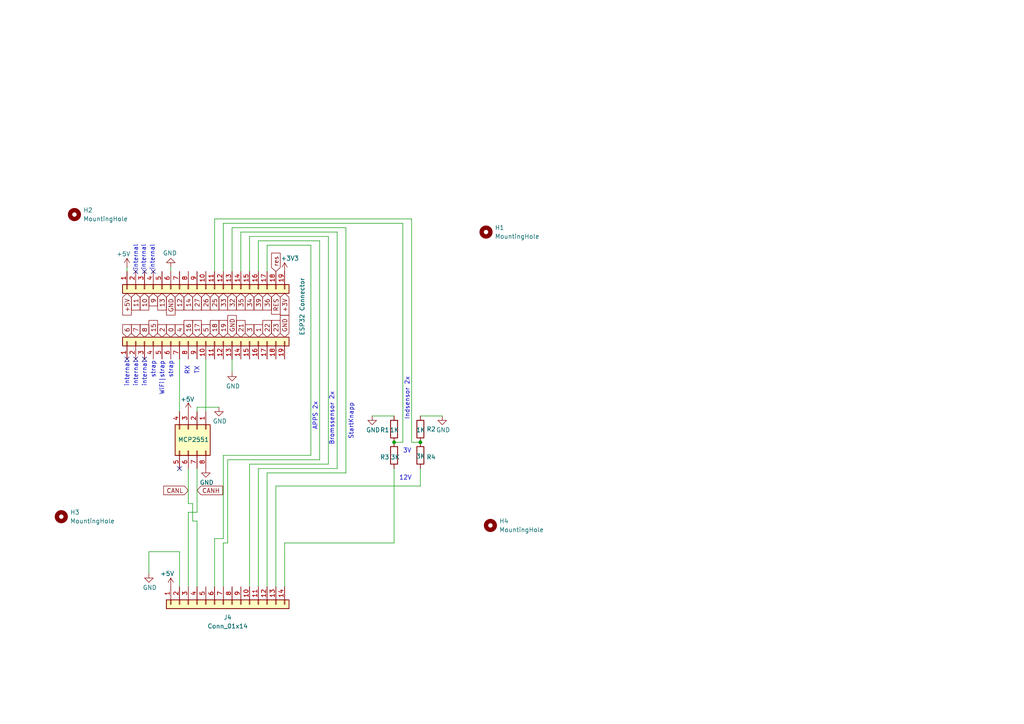
<source format=kicad_sch>
(kicad_sch (version 20231120) (generator "eeschema") (generator_version "8.0")
  (paper "A4")
  (lib_symbols
    (symbol "Connector_Generic:Conn_01x14" (pin_names (offset 1.016) hide)
      (property "Reference" "J" (at 0 17.78 0))
      (property "Value" "Conn_01x14" (at 0 -20.32 0))
      (symbol "Conn_01x14_1_1"
        (rectangle (start -1.27 -17.653) (end 0 -17.907) (stroke (width 0.1524)))
        (rectangle (start -1.27 -15.113) (end 0 -15.367) (stroke (width 0.1524)))
        (rectangle (start -1.27 -12.573) (end 0 -12.827) (stroke (width 0.1524)))
        (rectangle (start -1.27 -10.033) (end 0 -10.287) (stroke (width 0.1524)))
        (rectangle (start -1.27 -7.493) (end 0 -7.747) (stroke (width 0.1524)))
        (rectangle (start -1.27 -4.953) (end 0 -5.207) (stroke (width 0.1524)))
        (rectangle (start -1.27 -2.413) (end 0 -2.667) (stroke (width 0.1524)))
        (rectangle (start -1.27 0.127) (end 0 -0.127) (stroke (width 0.1524)))
        (rectangle (start -1.27 2.667) (end 0 2.413) (stroke (width 0.1524)))
        (rectangle (start -1.27 5.207) (end 0 4.953) (stroke (width 0.1524)))
        (rectangle (start -1.27 7.747) (end 0 7.493) (stroke (width 0.1524)))
        (rectangle (start -1.27 10.287) (end 0 10.033) (stroke (width 0.1524)))
        (rectangle (start -1.27 12.827) (end 0 12.573) (stroke (width 0.1524)))
        (rectangle (start -1.27 15.367) (end 0 15.113) (stroke (width 0.1524)))
        (rectangle (start -1.27 16.51) (end 1.27 -19.05) (stroke (width 0.254)) (fill (type background)))
        (pin passive line (at -5.08 15.24 0) (length 3.81) (name "Pin_1") (number "1"))
        (pin passive line (at -5.08 -7.62 0) (length 3.81) (name "Pin_10") (number "10"))
        (pin passive line (at -5.08 -10.16 0) (length 3.81) (name "Pin_11") (number "11"))
        (pin passive line (at -5.08 -12.7 0) (length 3.81) (name "Pin_12") (number "12"))
        (pin passive line (at -5.08 -15.24 0) (length 3.81) (name "Pin_13") (number "13"))
        (pin passive line (at -5.08 -17.78 0) (length 3.81) (name "Pin_14") (number "14"))
        (pin passive line (at -5.08 12.7 0) (length 3.81) (name "Pin_2") (number "2"))
        (pin passive line (at -5.08 10.16 0) (length 3.81) (name "Pin_3") (number "3"))
        (pin passive line (at -5.08 7.62 0) (length 3.81) (name "Pin_4") (number "4"))
        (pin passive line (at -5.08 5.08 0) (length 3.81) (name "Pin_5") (number "5"))
        (pin passive line (at -5.08 2.54 0) (length 3.81) (name "Pin_6") (number "6"))
        (pin passive line (at -5.08 0 0) (length 3.81) (name "Pin_7") (number "7"))
        (pin passive line (at -5.08 -2.54 0) (length 3.81) (name "Pin_8") (number "8"))
        (pin passive line (at -5.08 -5.08 0) (length 3.81) (name "Pin_9") (number "9"))
      )
    )
    (symbol "Connector_Generic:Conn_01x19" (pin_names (offset 1.016) hide)
      (property "Reference" "J" (at 0 25.4 0))
      (property "Value" "Conn_01x19" (at 0 -25.4 0))
      (symbol "Conn_01x19_1_1"
        (rectangle (start -1.27 -22.733) (end 0 -22.987) (stroke (width 0.1524)))
        (rectangle (start -1.27 -20.193) (end 0 -20.447) (stroke (width 0.1524)))
        (rectangle (start -1.27 -17.653) (end 0 -17.907) (stroke (width 0.1524)))
        (rectangle (start -1.27 -15.113) (end 0 -15.367) (stroke (width 0.1524)))
        (rectangle (start -1.27 -12.573) (end 0 -12.827) (stroke (width 0.1524)))
        (rectangle (start -1.27 -10.033) (end 0 -10.287) (stroke (width 0.1524)))
        (rectangle (start -1.27 -7.493) (end 0 -7.747) (stroke (width 0.1524)))
        (rectangle (start -1.27 -4.953) (end 0 -5.207) (stroke (width 0.1524)))
        (rectangle (start -1.27 -2.413) (end 0 -2.667) (stroke (width 0.1524)))
        (rectangle (start -1.27 0.127) (end 0 -0.127) (stroke (width 0.1524)))
        (rectangle (start -1.27 2.667) (end 0 2.413) (stroke (width 0.1524)))
        (rectangle (start -1.27 5.207) (end 0 4.953) (stroke (width 0.1524)))
        (rectangle (start -1.27 7.747) (end 0 7.493) (stroke (width 0.1524)))
        (rectangle (start -1.27 10.287) (end 0 10.033) (stroke (width 0.1524)))
        (rectangle (start -1.27 12.827) (end 0 12.573) (stroke (width 0.1524)))
        (rectangle (start -1.27 15.367) (end 0 15.113) (stroke (width 0.1524)))
        (rectangle (start -1.27 17.907) (end 0 17.653) (stroke (width 0.1524)))
        (rectangle (start -1.27 20.447) (end 0 20.193) (stroke (width 0.1524)))
        (rectangle (start -1.27 22.987) (end 0 22.733) (stroke (width 0.1524)))
        (rectangle (start -1.27 24.13) (end 1.27 -24.13) (stroke (width 0.254)) (fill (type background)))
        (pin passive line (at -5.08 22.86 0) (length 3.81) (name "Pin_1") (number "1"))
        (pin passive line (at -5.08 0 0) (length 3.81) (name "Pin_10") (number "10"))
        (pin passive line (at -5.08 -2.54 0) (length 3.81) (name "Pin_11") (number "11"))
        (pin passive line (at -5.08 -5.08 0) (length 3.81) (name "Pin_12") (number "12"))
        (pin passive line (at -5.08 -7.62 0) (length 3.81) (name "Pin_13") (number "13"))
        (pin passive line (at -5.08 -10.16 0) (length 3.81) (name "Pin_14") (number "14"))
        (pin passive line (at -5.08 -12.7 0) (length 3.81) (name "Pin_15") (number "15"))
        (pin passive line (at -5.08 -15.24 0) (length 3.81) (name "Pin_16") (number "16"))
        (pin passive line (at -5.08 -17.78 0) (length 3.81) (name "Pin_17") (number "17"))
        (pin passive line (at -5.08 -20.32 0) (length 3.81) (name "Pin_18") (number "18"))
        (pin passive line (at -5.08 -22.86 0) (length 3.81) (name "Pin_19") (number "19"))
        (pin passive line (at -5.08 20.32 0) (length 3.81) (name "Pin_2") (number "2"))
        (pin passive line (at -5.08 17.78 0) (length 3.81) (name "Pin_3") (number "3"))
        (pin passive line (at -5.08 15.24 0) (length 3.81) (name "Pin_4") (number "4"))
        (pin passive line (at -5.08 12.7 0) (length 3.81) (name "Pin_5") (number "5"))
        (pin passive line (at -5.08 10.16 0) (length 3.81) (name "Pin_6") (number "6"))
        (pin passive line (at -5.08 7.62 0) (length 3.81) (name "Pin_7") (number "7"))
        (pin passive line (at -5.08 5.08 0) (length 3.81) (name "Pin_8") (number "8"))
        (pin passive line (at -5.08 2.54 0) (length 3.81) (name "Pin_9") (number "9"))
      )
    )
    (symbol "Connector_Generic:Conn_02x04_Counter_Clockwise" (pin_names (offset 1.016) hide)
      (property "Reference" "J9" (at 1.27 8.89 0))
      (property "Value" "Conn_02x04_Counter_Clockwise" (at 1.27 8.128 0))
      (symbol "Conn_02x04_Counter_Clockwise_1_1"
        (rectangle (start -2.54 -4.953) (end -1.27 -5.207) (stroke (width 0.1524)))
        (rectangle (start -2.54 -2.413) (end -1.27 -2.667) (stroke (width 0.1524)))
        (rectangle (start -2.54 0.127) (end -1.27 -0.127) (stroke (width 0.1524)))
        (rectangle (start -2.54 2.667) (end -1.27 2.413) (stroke (width 0.1524)))
        (rectangle (start -2.54 3.81) (end 6.35 -6.35) (stroke (width 0.254)) (fill (type background)))
        (rectangle (start 6.35 -4.953) (end 5.08 -5.207) (stroke (width 0.1524)))
        (rectangle (start 6.35 -2.413) (end 5.08 -2.667) (stroke (width 0.1524)))
        (rectangle (start 6.35 0.127) (end 5.08 -0.127) (stroke (width 0.1524)))
        (rectangle (start 6.35 2.667) (end 5.08 2.413) (stroke (width 0.1524)))
        (pin passive line (at -6.35 2.54 0) (length 3.81) (name "Pin_1") (number "1"))
        (pin passive line (at -6.35 0 0) (length 3.81) (name "Pin_2") (number "2"))
        (pin passive line (at -6.35 -2.54 0) (length 3.81) (name "Pin_3") (number "3"))
        (pin passive line (at -6.35 -5.08 0) (length 3.81) (name "Pin_4") (number "4"))
        (pin passive line (at 10.16 -5.08 180) (length 3.81) (name "Pin_5") (number "5"))
        (pin passive line (at 10.16 -2.54 180) (length 3.81) (name "Pin_6") (number "6"))
        (pin passive line (at 10.16 0 180) (length 3.81) (name "Pin_7") (number "7"))
        (pin passive line (at 10.16 2.54 180) (length 3.81) (name "Pin_8") (number "8"))
      )
    )
    (symbol "Device:R" (pin_numbers hide) (pin_names (offset 0))
      (property "Reference" "R" (at 2.032 0 90))
      (property "Value" "R" (at 0 0 90))
      (symbol "R_0_1"
        (rectangle (start -1.016 -2.54) (end 1.016 2.54) (stroke (width 0.254)))
      )
      (symbol "R_1_1"
        (pin passive line (at 0 3.81 270) (length 1.27) (name "~") (number "1"))
        (pin passive line (at 0 -3.81 90) (length 1.27) (name "~") (number "2"))
      )
    )
    (symbol "Mechanical:MountingHole" (pin_names (offset 1.016)) (exclude_from_sim yes) (in_bom no)
      (property "Reference" "H" (at 0 5.08 0))
      (property "Value" "MountingHole" (at 0 3.175 0))
      (symbol "MountingHole_0_1"
        (circle (center 0 0) (radius 1.27) (stroke (width 1.27)))
      )
    )
    (symbol "power:+5V" (power) (pin_numbers hide) (pin_names (offset 0) hide)
      (property "Value" "+5V" (at 0 3.556 0))
      (symbol "+5V_0_1"
        (polyline (pts (xy -0.762 1.27) (xy 0 2.54)))
        (polyline (pts (xy 0 0) (xy 0 2.54)))
        (polyline (pts (xy 0 2.54) (xy 0.762 1.27)))
      )
      (symbol "+5V_1_1"
        (pin power_in line (at 0 0 90) (length 0) (name "~") (number "1"))
      )
    )
    (symbol "power:GND" (power) (pin_numbers hide) (pin_names (offset 0) hide)
      (property "Value" "GND" (at 0 -3.81 0))
      (symbol "GND_0_1"
        (polyline (pts (xy 0 0) (xy 0 -1.27) (xy 1.27 -1.27) (xy 0 -2.54) (xy -1.27 -1.27) (xy 0 -1.27)))
      )
      (symbol "GND_1_1"
        (pin power_in line (at 0 0 270) (length 0) (name "~") (number "1"))
      )
    )
  )
  (junction (at 114.3 128.27))
  (junction (at 121.92 128.27))
  (no_connect (at 41.91 104.14))
  (no_connect (at 41.91 78.74))
  (no_connect (at 36.83 104.14))
  (no_connect (at 39.37 78.74))
  (no_connect (at 44.45 78.74))
  (no_connect (at 39.37 104.14))
  (no_connect (at 52.07 135.89))
  (wire (pts (xy 69.85 67.31) (xy 69.85 78.74)))
  (wire (pts (xy 62.23 63.5) (xy 119.38 63.5)))
  (wire (pts (xy 66.04 157.48) (xy 64.77 157.48)))
  (wire (pts (xy 57.15 148.59) (xy 54.61 148.59)))
  (wire (pts (xy 72.39 68.58) (xy 95.25 68.58)))
  (wire (pts (xy 74.93 69.85) (xy 92.71 69.85)))
  (wire (pts (xy 114.3 135.89) (xy 114.3 157.48)))
  (wire (pts (xy 97.79 67.31) (xy 97.79 135.89)))
  (wire (pts (xy 114.3 128.27) (xy 116.84 128.27)))
  (wire (pts (xy 54.61 135.89) (xy 54.61 146.05)))
  (wire (pts (xy 107.95 120.65) (xy 114.3 120.65)))
  (wire (pts (xy 59.69 104.14) (xy 59.69 119.38)))
  (wire (pts (xy 63.5 118.11) (xy 57.15 118.11)))
  (wire (pts (xy 121.92 135.89) (xy 121.92 140.97)))
  (wire (pts (xy 74.93 135.89) (xy 74.93 170.18)))
  (wire (pts (xy 100.33 66.04) (xy 100.33 137.16)))
  (wire (pts (xy 43.18 160.02) (xy 52.07 160.02)))
  (wire (pts (xy 64.77 156.21) (xy 62.23 156.21)))
  (wire (pts (xy 49.53 77.47) (xy 49.53 78.74)))
  (wire (pts (xy 69.85 67.31) (xy 97.79 67.31)))
  (wire (pts (xy 77.47 71.12) (xy 90.17 71.12)))
  (wire (pts (xy 62.23 78.74) (xy 62.23 63.5)))
  (wire (pts (xy 82.55 157.48) (xy 82.55 170.18)))
  (wire (pts (xy 121.92 140.97) (xy 80.01 140.97)))
  (wire (pts (xy 55.88 146.05) (xy 55.88 151.13)))
  (wire (pts (xy 36.83 78.74) (xy 36.83 77.47)))
  (wire (pts (xy 72.39 68.58) (xy 72.39 78.74)))
  (wire (pts (xy 92.71 69.85) (xy 92.71 133.35)))
  (wire (pts (xy 128.27 120.65) (xy 121.92 120.65)))
  (wire (pts (xy 67.31 66.04) (xy 100.33 66.04)))
  (wire (pts (xy 100.33 137.16) (xy 77.47 137.16)))
  (wire (pts (xy 119.38 63.5) (xy 119.38 128.27)))
  (wire (pts (xy 95.25 68.58) (xy 95.25 134.62)))
  (wire (pts (xy 77.47 71.12) (xy 77.47 78.74)))
  (wire (pts (xy 66.04 133.35) (xy 92.71 133.35)))
  (wire (pts (xy 64.77 64.77) (xy 116.84 64.77)))
  (wire (pts (xy 55.88 151.13) (xy 57.15 151.13)))
  (wire (pts (xy 95.25 134.62) (xy 72.39 134.62)))
  (wire (pts (xy 62.23 156.21) (xy 62.23 170.18)))
  (wire (pts (xy 64.77 78.74) (xy 64.77 64.77)))
  (wire (pts (xy 114.3 157.48) (xy 82.55 157.48)))
  (wire (pts (xy 57.15 118.11) (xy 57.15 119.38)))
  (wire (pts (xy 77.47 137.16) (xy 77.47 170.18)))
  (wire (pts (xy 64.77 157.48) (xy 64.77 170.18)))
  (wire (pts (xy 64.77 132.08) (xy 64.77 156.21)))
  (wire (pts (xy 67.31 78.74) (xy 67.31 66.04)))
  (wire (pts (xy 54.61 148.59) (xy 54.61 170.18)))
  (wire (pts (xy 57.15 151.13) (xy 57.15 170.18)))
  (wire (pts (xy 52.07 104.14) (xy 52.07 119.38)))
  (wire (pts (xy 90.17 71.12) (xy 90.17 132.08)))
  (wire (pts (xy 72.39 134.62) (xy 72.39 170.18)))
  (wire (pts (xy 54.61 146.05) (xy 55.88 146.05)))
  (wire (pts (xy 66.04 157.48) (xy 66.04 133.35)))
  (wire (pts (xy 43.18 160.02) (xy 43.18 166.37)))
  (wire (pts (xy 52.07 160.02) (xy 52.07 170.18)))
  (wire (pts (xy 90.17 132.08) (xy 64.77 132.08)))
  (wire (pts (xy 67.31 107.95) (xy 67.31 104.14)))
  (wire (pts (xy 57.15 135.89) (xy 57.15 148.59)))
  (wire (pts (xy 80.01 140.97) (xy 80.01 170.18)))
  (wire (pts (xy 74.93 69.85) (xy 74.93 78.74)))
  (wire (pts (xy 116.84 64.77) (xy 116.84 128.27)))
  (wire (pts (xy 119.38 128.27) (xy 121.92 128.27)))
  (wire (pts (xy 97.79 135.89) (xy 74.93 135.89)))
  (text "internal" (at 41.91 108.458 90) (effects (font (size 1.27 1.27))))
  (text "internal" (at 41.656 74.676 90) (effects (font (size 1.27 1.27))))
  (text "12V" (at 117.602 138.684 0) (effects (font (size 1.27 1.27))))
  (text "strap" (at 49.53 107.188 90) (effects (font (size 1.27 1.27))))
  (text "StartKnapp" (at 101.854 122.174 90) (effects (font (size 1.27 1.27))))
  (text "3V" (at 118.11 130.81 0) (effects (font (size 1.27 1.27))))
  (text "Bromssensor 2x" (at 96.266 121.412 90) (effects (font (size 1.27 1.27))))
  (text "TX" (at 57.15 107.442 90) (effects (font (size 1.27 1.27))))
  (text "internal" (at 39.37 108.458 90) (effects (font (size 1.27 1.27))))
  (text "RX" (at 54.356 107.442 90) (effects (font (size 1.27 1.27))))
  (text "WiFi|strap" (at 46.99 109.728 90) (effects (font (size 1.27 1.27))))
  (text "APPS 2x" (at 91.44 120.65 90) (effects (font (size 1.27 1.27))))
  (text "strap" (at 44.45 107.188 90) (effects (font (size 1.27 1.27))))
  (text "Indsensor 2x" (at 118.11 115.57 90) (effects (font (size 1.27 1.27))))
  (text "internal" (at 39.37 74.676 90) (effects (font (size 1.27 1.27))))
  (text "internal" (at 36.83 108.458 90) (effects (font (size 1.27 1.27))))
  (text "internal" (at 44.196 74.676 90) (effects (font (size 1.27 1.27))))
  (global_label "6" (shape input) (at 36.83 97.79 90) (property "Intersheetrefs" "${INTERSHEET_REFS}" (effects (hide yes))))
  (global_label "13" (shape input) (at 46.99 85.09 270) (property "Intersheetrefs" "${INTERSHEET_REFS}" (effects (hide yes))))
  (global_label "CANH" (shape input) (at 57.15 142.24 0) (property "Intersheetrefs" "${INTERSHEET_REFS}" (effects (hide yes))))
  (global_label "19" (shape input) (at 64.77 97.79 90) (property "Intersheetrefs" "${INTERSHEET_REFS}" (effects (hide yes))))
  (global_label "11" (shape input) (at 39.37 85.09 270) (property "Intersheetrefs" "${INTERSHEET_REFS}" (effects (hide yes))))
  (global_label "33" (shape input) (at 64.77 85.09 270) (property "Intersheetrefs" "${INTERSHEET_REFS}" (effects (hide yes))))
  (global_label "+3V" (shape input) (at 82.55 85.09 270) (property "Intersheetrefs" "${INTERSHEET_REFS}" (effects (hide yes))))
  (global_label "15" (shape input) (at 44.45 97.79 90) (property "Intersheetrefs" "${INTERSHEET_REFS}" (effects (hide yes))))
  (global_label "21" (shape input) (at 69.85 97.79 90) (property "Intersheetrefs" "${INTERSHEET_REFS}" (effects (hide yes))))
  (global_label "14" (shape input) (at 54.61 85.09 270) (property "Intersheetrefs" "${INTERSHEET_REFS}" (effects (hide yes))))
  (global_label "32" (shape input) (at 67.31 85.09 270) (property "Intersheetrefs" "${INTERSHEET_REFS}" (effects (hide yes))))
  (global_label "8" (shape input) (at 41.91 97.79 90) (property "Intersheetrefs" "${INTERSHEET_REFS}" (effects (hide yes))))
  (global_label "0" (shape input) (at 49.53 97.79 90) (property "Intersheetrefs" "${INTERSHEET_REFS}" (effects (hide yes))))
  (global_label "RES" (shape input) (at 80.01 85.09 270) (property "Intersheetrefs" "${INTERSHEET_REFS}" (effects (hide yes))))
  (global_label "5" (shape input) (at 59.69 97.79 90) (property "Intersheetrefs" "${INTERSHEET_REFS}" (effects (hide yes))))
  (global_label "4" (shape input) (at 52.07 97.79 90) (property "Intersheetrefs" "${INTERSHEET_REFS}" (effects (hide yes))))
  (global_label "22" (shape input) (at 77.47 97.79 90) (property "Intersheetrefs" "${INTERSHEET_REFS}" (effects (hide yes))))
  (global_label "7" (shape input) (at 39.37 97.79 90) (property "Intersheetrefs" "${INTERSHEET_REFS}" (effects (hide yes))))
  (global_label "16" (shape input) (at 54.61 97.79 90) (property "Intersheetrefs" "${INTERSHEET_REFS}" (effects (hide yes))))
  (global_label "18" (shape input) (at 62.23 97.79 90) (property "Intersheetrefs" "${INTERSHEET_REFS}" (effects (hide yes))))
  (global_label "GND" (shape input) (at 82.55 97.79 90) (property "Intersheetrefs" "${INTERSHEET_REFS}" (effects (hide yes))))
  (global_label "GND" (shape input) (at 49.53 85.09 270) (property "Intersheetrefs" "${INTERSHEET_REFS}" (effects (hide yes))))
  (global_label "res" (shape input) (at 80.01 78.74 90) (property "Intersheetrefs" "${INTERSHEET_REFS}" (effects (hide yes))))
  (global_label "12" (shape input) (at 52.07 85.09 270) (property "Intersheetrefs" "${INTERSHEET_REFS}" (effects (hide yes))))
  (global_label "9" (shape input) (at 44.45 85.09 270) (property "Intersheetrefs" "${INTERSHEET_REFS}" (effects (hide yes))))
  (global_label "27" (shape input) (at 57.15 85.09 270) (property "Intersheetrefs" "${INTERSHEET_REFS}" (effects (hide yes))))
  (global_label "GND" (shape input) (at 67.31 97.79 90) (property "Intersheetrefs" "${INTERSHEET_REFS}" (effects (hide yes))))
  (global_label "36" (shape input) (at 77.47 85.09 270) (property "Intersheetrefs" "${INTERSHEET_REFS}" (effects (hide yes))))
  (global_label "CANL" (shape input) (at 54.61 142.24 180) (property "Intersheetrefs" "${INTERSHEET_REFS}" (effects (hide yes))))
  (global_label "39" (shape input) (at 74.93 85.09 270) (property "Intersheetrefs" "${INTERSHEET_REFS}" (effects (hide yes))))
  (global_label "2" (shape input) (at 46.99 97.79 90) (property "Intersheetrefs" "${INTERSHEET_REFS}" (effects (hide yes))))
  (global_label "17" (shape input) (at 57.15 97.79 90) (property "Intersheetrefs" "${INTERSHEET_REFS}" (effects (hide yes))))
  (global_label "26" (shape input) (at 59.69 85.09 270) (property "Intersheetrefs" "${INTERSHEET_REFS}" (effects (hide yes))))
  (global_label "23" (shape input) (at 80.01 97.79 90) (property "Intersheetrefs" "${INTERSHEET_REFS}" (effects (hide yes))))
  (global_label "34" (shape input) (at 72.39 85.09 270) (property "Intersheetrefs" "${INTERSHEET_REFS}" (effects (hide yes))))
  (global_label "35" (shape input) (at 69.85 85.09 270) (property "Intersheetrefs" "${INTERSHEET_REFS}" (effects (hide yes))))
  (global_label "25" (shape input) (at 62.23 85.09 270) (property "Intersheetrefs" "${INTERSHEET_REFS}" (effects (hide yes))))
  (global_label "3" (shape input) (at 72.39 97.79 90) (property "Intersheetrefs" "${INTERSHEET_REFS}" (effects (hide yes))))
  (global_label "+5V" (shape input) (at 36.83 85.09 270) (property "Intersheetrefs" "${INTERSHEET_REFS}" (effects (hide yes))))
  (global_label "10" (shape input) (at 41.91 85.09 270) (property "Intersheetrefs" "${INTERSHEET_REFS}" (effects (hide yes))))
  (global_label "1" (shape input) (at 74.93 97.79 90) (property "Intersheetrefs" "${INTERSHEET_REFS}" (effects (hide yes))))
  (symbol (lib_id "Device:R") (at 114.3 124.46 0) (unit 1)
    (property "Reference" "R1" (at 110.236 124.714 0) (effects (justify left)))
    (property "Value" "1K" (at 113.03 124.714 0) (effects (justify left)))
    (property "Footprint" "Resistor_SMD:R_0805_2012Metric" (effects (hide yes)))
    (property "Description" "Resistor" (effects (hide yes)))
  )
  (symbol (lib_id "power:+5V") (at 36.83 77.47 0) (unit 1)
    (property "Reference" "#PWR03" (effects (hide yes)))
    (property "Value" "+5V" (at 35.814 73.66 0))
    (property "Description" "Power symbol creates a global label with name \"+5V\"" (effects (hide yes)))
  )
  (symbol (lib_id "power:GND") (at 67.31 107.95 0) (unit 1)
    (property "Reference" "#PWR01" (effects (hide yes)))
    (property "Value" "GND" (at 67.564 112.014 0))
    (property "Description" "Power symbol creates a global label with name \"GND\" , ground" (effects (hide yes)))
  )
  (symbol (lib_id "Device:R") (at 114.3 132.08 0) (unit 1)
    (property "Reference" "R3" (at 110.236 132.588 0) (effects (justify left)))
    (property "Value" "3K" (at 113.284 132.588 0) (effects (justify left)))
    (property "Footprint" "Resistor_SMD:R_0805_2012Metric" (effects (hide yes)))
    (property "Description" "Resistor" (effects (hide yes)))
  )
  (symbol (lib_id "power:+5V") (at 49.53 170.18 0) (unit 1)
    (property "Reference" "#PWR08" (effects (hide yes)))
    (property "Value" "+5V" (at 48.514 166.37 0))
    (property "Description" "Power symbol creates a global label with name \"+5V\"" (effects (hide yes)))
  )
  (symbol (lib_id "Mechanical:MountingHole") (at 21.59 62.23 0) (unit 1) (exclude_from_sim yes) (in_bom no)
    (property "Reference" "H2" (at 24.13 60.9599 0) (effects (justify left)))
    (property "Value" "MountingHole" (at 24.13 63.4999 0) (effects (justify left)))
    (property "Footprint" "MountingHole:MountingHole_3.2mm_M3" (effects (hide yes)))
    (property "Description" "Mounting Hole without connection" (effects (hide yes)))
  )
  (symbol (lib_id "Connector_Generic:Conn_01x19") (at 59.69 99.06 90) (unit 1)
    (property "Reference" "J1" (effects (hide yes)))
    (property "Value" "ESP32 Connector" (at 87.63 97.282 0) (effects (justify left)))
    (property "Footprint" "Connector_PinSocket_2.54mm:PinSocket_1x19_P2.54mm_Vertical" (effects (hide yes)))
    (property "Description" "Generic connector, single row, 01x19, script generated (kicad-library-utils/schlib/autogen/connector/)" (effects (hide yes)))
  )
  (symbol (lib_id "Mechanical:MountingHole") (at 17.78 149.86 0) (unit 1) (exclude_from_sim yes) (in_bom no)
    (property "Reference" "H3" (at 20.32 148.5899 0) (effects (justify left)))
    (property "Value" "MountingHole" (at 20.32 151.1299 0) (effects (justify left)))
    (property "Footprint" "MountingHole:MountingHole_3.2mm_M3" (effects (hide yes)))
    (property "Description" "Mounting Hole without connection" (effects (hide yes)))
  )
  (symbol (lib_id "power:GND") (at 49.53 77.47 180) (unit 1)
    (property "Reference" "#PWR04" (effects (hide yes)))
    (property "Value" "GND" (at 49.276 73.406 0))
    (property "Description" "Power symbol creates a global label with name \"GND\" , ground" (effects (hide yes)))
  )
  (symbol (lib_id "Mechanical:MountingHole") (at 140.97 67.31 0) (unit 1) (exclude_from_sim yes) (in_bom no)
    (property "Reference" "H1" (at 143.51 66.0399 0) (effects (justify left)))
    (property "Value" "MountingHole" (at 143.51 68.5799 0) (effects (justify left)))
    (property "Footprint" "MountingHole:MountingHole_3.2mm_M3" (effects (hide yes)))
    (property "Description" "Mounting Hole without connection" (effects (hide yes)))
  )
  (symbol (lib_id "Device:R") (at 121.92 124.46 0) (unit 1)
    (property "Reference" "R2" (at 123.698 124.46 0) (effects (justify left)))
    (property "Value" "1K" (at 120.65 124.714 0) (effects (justify left)))
    (property "Footprint" "Resistor_SMD:R_0805_2012Metric" (effects (hide yes)))
    (property "Description" "Resistor" (effects (hide yes)))
  )
  (symbol (lib_id "power:GND") (at 63.5 118.11 0) (unit 1)
    (property "Reference" "#PWR06" (effects (hide yes)))
    (property "Value" "GND" (at 63.754 122.174 0))
    (property "Description" "Power symbol creates a global label with name \"GND\" , ground" (effects (hide yes)))
  )
  (symbol (lib_id "Connector_Generic:Conn_01x19") (at 59.69 83.82 90) (mirror x) (unit 1)
    (property "Reference" "J2" (effects (hide yes)))
    (property "Value" "Conn_01x19" (effects (hide yes)))
    (property "Footprint" "Connector_PinSocket_2.54mm:PinSocket_1x19_P2.54mm_Vertical" (effects (hide yes)))
    (property "Description" "Generic connector, single row, 01x19, script generated (kicad-library-utils/schlib/autogen/connector/)" (effects (hide yes)))
  )
  (symbol (lib_id "power:GND") (at 128.27 120.65 0) (unit 1)
    (property "Reference" "#PWR09" (effects (hide yes)))
    (property "Value" "GND" (at 128.524 124.714 0))
    (property "Description" "Power symbol creates a global label with name \"GND\" , ground" (effects (hide yes)))
  )
  (symbol (lib_id "Mechanical:MountingHole") (at 142.24 152.4 0) (unit 1) (exclude_from_sim yes) (in_bom no)
    (property "Reference" "H4" (at 144.78 151.1299 0) (effects (justify left)))
    (property "Value" "MountingHole" (at 144.78 153.6699 0) (effects (justify left)))
    (property "Footprint" "MountingHole:MountingHole_3.2mm_M3" (effects (hide yes)))
    (property "Description" "Mounting Hole without connection" (effects (hide yes)))
  )
  (symbol (lib_id "power:GND") (at 59.69 135.89 0) (unit 1)
    (property "Reference" "#PWR07" (effects (hide yes)))
    (property "Value" "GND" (at 59.944 139.954 0))
    (property "Description" "Power symbol creates a global label with name \"GND\" , ground" (effects (hide yes)))
  )
  (symbol (lib_id "power:GND") (at 43.18 166.37 0) (unit 1)
    (property "Reference" "#PWR012" (effects (hide yes)))
    (property "Value" "GND" (at 43.434 170.434 0))
    (property "Description" "Power symbol creates a global label with name \"GND\" , ground" (effects (hide yes)))
  )
  (symbol (lib_id "Connector_Generic:Conn_01x14") (at 64.77 175.26 90) (mirror x) (unit 1)
    (property "Reference" "J4" (at 66.04 179.07 90))
    (property "Value" "Conn_01x14" (at 66.04 181.61 90))
    (property "Footprint" "Egna:TE_776267-1" (effects (hide yes)))
    (property "Description" "Generic connector, single row, 01x14, script generated (kicad-library-utils/schlib/autogen/connector/)" (effects (hide yes)))
  )
  (symbol (lib_id "power:+5V") (at 54.61 119.38 0) (unit 1)
    (property "Reference" "#PWR05" (effects (hide yes)))
    (property "Value" "+5V" (at 54.356 115.824 0))
    (property "Description" "Power symbol creates a global label with name \"+5V\"" (effects (hide yes)))
  )
  (symbol (lib_id "power:GND") (at 107.95 120.65 0) (unit 1)
    (property "Reference" "#PWR02" (effects (hide yes)))
    (property "Value" "GND" (at 108.204 124.714 0))
    (property "Description" "Power symbol creates a global label with name \"GND\" , ground" (effects (hide yes)))
  )
  (symbol (lib_id "Device:R") (at 121.92 132.08 0) (unit 1)
    (property "Reference" "R4" (at 123.698 132.588 0) (effects (justify left)))
    (property "Value" "3K" (at 120.65 132.334 0) (effects (justify left)))
    (property "Footprint" "Resistor_SMD:R_0805_2012Metric" (effects (hide yes)))
    (property "Description" "Resistor" (effects (hide yes)))
  )
  (symbol (lib_id "Connector_Generic:Conn_02x04_Counter_Clockwise") (at 57.15 125.73 270) (unit 1)
    (property "Reference" "J3" (effects (hide yes)))
    (property "Value" "MCP2551" (at 56.134 127.508 90))
    (property "Footprint" "Egna:MCP2551" (effects (hide yes)))
    (property "Description" "Generic connector, double row, 02x04, counter clockwise pin numbering scheme (similar to DIP package numbering), script generated (kicad-library-utils/schlib/autogen/connector/)" (effects (hide yes)))
  )
  (symbol (lib_id "power:+5V") (at 82.55 78.74 0) (unit 1)
    (property "Reference" "#PWR011" (effects (hide yes)))
    (property "Value" "+3V3" (at 84.074 74.93 0))
    (property "Description" "Power symbol creates a global label with name \"+5V\"" (effects (hide yes)))
  )
)
</source>
